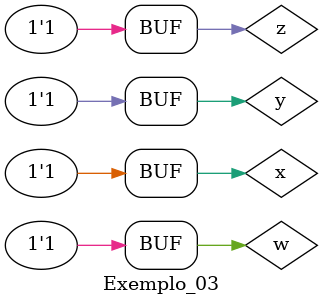
<source format=v>

module tabela ( output a, 
		output b,
		output c,
		output d,
		output e,
		input  x,
		input  y,
		input  w,
		input  z);

//descrever por expressao
assign a = (~x&~y&~w&z)  | (~x&~y&w&~z) | (~x&~y&w&z)  | (~x&y&w&z)  | (x&y&~w&z)  | (x&y&w&z);
assign b = (~x&~y&~w&~z) | (~x&y&~w&~z) | (~x&~y&w&z)  | (~x&y&~w&z) | (~x&y&w&~z) | (~x&y&w&z);
assign c = (~x&~y&~w&~z) | (~x&~y&~w&z) | (~x&~y&w&~z) | (~x&~y&w&z) | (~x&y&~w&z) | (x&~y&~w&~z) |            (x&~y&~w&z) | (x&y&~w&z);
assign d = (~x&~y&w&~z)  | (~x&y&~w&~z) | (~x&y&w&~z)  | (x&~y&w&~z) | (x&y&~w&~z) | (x&y&w&~z);
assign e = (~x&~y&~w&~z) | (~x&~y&~w&z) | (~x&y&~w&~z) | (x&~y&~w&~z)| (x&y&~w&z)  | (x&y&w&~z) |
	   (x&y&w&z);

endmodule//tabela

module simplificado ( output a, 
		      output b,
		      output c,
		      output d,
		      output e,
		      input  x,
		      input  y,
		      input  w,
		      input  z);

//descrever por expressao
assign a = (~x&~y&z) | (~x&~y&w) | (~x&w&z)  | (y&w&z)  | (x&y&z);
assign b = (~x&w&~z) | (~x&y&~w) | (~x&y&w);
assign c = (~x&~y&~w)| (~x&~y&~z)| (~x&~y&z) | (y&~w&z) | (x&~y&~w); 
assign d = (~x&w&~z) | (~y&w&~z) | (~x&y&~z) | (y&~w&~z)| (x&y&~z);
assign e = (~x&~y&~w)| (~x&~w&~z)| (~y&~w&~z)| (x&y&z)  | (x&y&w);

endmodule //simplificado

module Exemplo_03;

//--------------------- definir dados
reg x;
reg y;
reg w;
reg z;

wire a;
wire b;
wire c;
wire d;
wire e;

wire a2;
wire b2;
wire c2;
wire d2;
wire e2;

tabela moduloTable(a, b, c, d, e, x, y, w, z);
simplificado moduloSimple(a2, b2, c2, d2, e2, x, y, w, z);

//------------------------- parte principal

initial 
    begin : main 
    $display("Exemplo_03 - Matheus Santos Rosa Carneiro - 613414");
    $display("Test module Mapa Veitch-Karnaugh");
    $display("X Y W Z :  A  A2 B B2  C C2  D D2  E E2");

    //projetar testes do modulo
    $monitor("%b %b %b %b : %2b %2b %2b %2b %2b %2b %2b %2b %2b %2b", x, y, w, z, a, a2, b, b2, c, c2, d, d2, e, e2);
          x=0; y=0; w=0; z=0;
      #1  x=0; y=0; w=0; z=1;
      #1  x=0; y=0; w=1; z=0;
      #1  x=0; y=0; w=1; z=1;
      #1  x=0; y=1; w=0; z=0;
      #1  x=0; y=1; w=0; z=1;
      #1  x=0; y=1; w=1; z=0;
      #1  x=0; y=1; w=1; z=1;
      #1  x=1; y=0; w=0; z=0;
      #1  x=1; y=0; w=0; z=1;
      #1  x=1; y=0; w=1; z=0;
      #1  x=1; y=0; w=1; z=1;
      #1  x=1; y=1; w=0; z=0;
      #1  x=1; y=1; w=0; z=1;
      #1  x=1; y=1; w=1; z=0;
      #1  x=1; y=1; w=1; z=1;

      end
endmodule //Exemplo_03






		 

</source>
